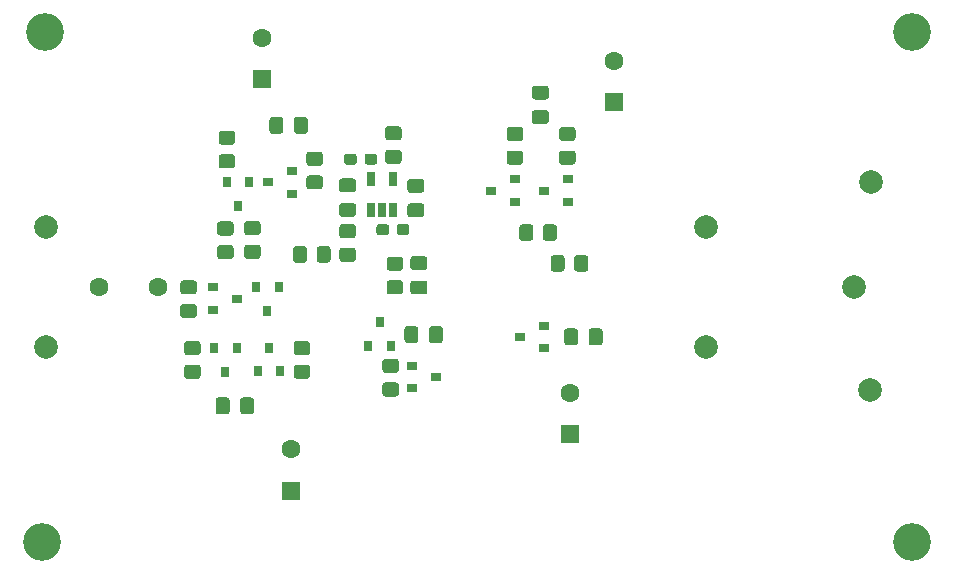
<source format=gbr>
G04 #@! TF.GenerationSoftware,KiCad,Pcbnew,(5.1.10-0-10_14)*
G04 #@! TF.CreationDate,2021-06-26T14:13:21+02:00*
G04 #@! TF.ProjectId,pre-amp-discret,7072652d-616d-4702-9d64-697363726574,rev?*
G04 #@! TF.SameCoordinates,Original*
G04 #@! TF.FileFunction,Soldermask,Top*
G04 #@! TF.FilePolarity,Negative*
%FSLAX46Y46*%
G04 Gerber Fmt 4.6, Leading zero omitted, Abs format (unit mm)*
G04 Created by KiCad (PCBNEW (5.1.10-0-10_14)) date 2021-06-26 14:13:21*
%MOMM*%
%LPD*%
G01*
G04 APERTURE LIST*
%ADD10R,0.800000X0.900000*%
%ADD11R,0.900000X0.800000*%
%ADD12C,1.600000*%
%ADD13R,1.600000X1.600000*%
%ADD14R,0.650000X1.220000*%
%ADD15C,2.000000*%
%ADD16C,3.200000*%
G04 APERTURE END LIST*
G36*
G01*
X172302500Y-126586000D02*
X172302500Y-125636000D01*
G75*
G02*
X172552500Y-125386000I250000J0D01*
G01*
X173227500Y-125386000D01*
G75*
G02*
X173477500Y-125636000I0J-250000D01*
G01*
X173477500Y-126586000D01*
G75*
G02*
X173227500Y-126836000I-250000J0D01*
G01*
X172552500Y-126836000D01*
G75*
G02*
X172302500Y-126586000I0J250000D01*
G01*
G37*
G36*
G01*
X170227500Y-126586000D02*
X170227500Y-125636000D01*
G75*
G02*
X170477500Y-125386000I250000J0D01*
G01*
X171152500Y-125386000D01*
G75*
G02*
X171402500Y-125636000I0J-250000D01*
G01*
X171402500Y-126586000D01*
G75*
G02*
X171152500Y-126836000I-250000J0D01*
G01*
X170477500Y-126836000D01*
G75*
G02*
X170227500Y-126586000I0J250000D01*
G01*
G37*
G36*
G01*
X167736500Y-106918000D02*
X168686500Y-106918000D01*
G75*
G02*
X168936500Y-107168000I0J-250000D01*
G01*
X168936500Y-107843000D01*
G75*
G02*
X168686500Y-108093000I-250000J0D01*
G01*
X167736500Y-108093000D01*
G75*
G02*
X167486500Y-107843000I0J250000D01*
G01*
X167486500Y-107168000D01*
G75*
G02*
X167736500Y-106918000I250000J0D01*
G01*
G37*
G36*
G01*
X167736500Y-104843000D02*
X168686500Y-104843000D01*
G75*
G02*
X168936500Y-105093000I0J-250000D01*
G01*
X168936500Y-105768000D01*
G75*
G02*
X168686500Y-106018000I-250000J0D01*
G01*
X167736500Y-106018000D01*
G75*
G02*
X167486500Y-105768000I0J250000D01*
G01*
X167486500Y-105093000D01*
G75*
G02*
X167736500Y-104843000I250000J0D01*
G01*
G37*
G36*
G01*
X141895500Y-131478000D02*
X141895500Y-132428000D01*
G75*
G02*
X141645500Y-132678000I-250000J0D01*
G01*
X140970500Y-132678000D01*
G75*
G02*
X140720500Y-132428000I0J250000D01*
G01*
X140720500Y-131478000D01*
G75*
G02*
X140970500Y-131228000I250000J0D01*
G01*
X141645500Y-131228000D01*
G75*
G02*
X141895500Y-131478000I0J-250000D01*
G01*
G37*
G36*
G01*
X143970500Y-131478000D02*
X143970500Y-132428000D01*
G75*
G02*
X143720500Y-132678000I-250000J0D01*
G01*
X143045500Y-132678000D01*
G75*
G02*
X142795500Y-132428000I0J250000D01*
G01*
X142795500Y-131478000D01*
G75*
G02*
X143045500Y-131228000I250000J0D01*
G01*
X143720500Y-131228000D01*
G75*
G02*
X143970500Y-131478000I0J-250000D01*
G01*
G37*
G36*
G01*
X146447000Y-107729000D02*
X146447000Y-108679000D01*
G75*
G02*
X146197000Y-108929000I-250000J0D01*
G01*
X145522000Y-108929000D01*
G75*
G02*
X145272000Y-108679000I0J250000D01*
G01*
X145272000Y-107729000D01*
G75*
G02*
X145522000Y-107479000I250000J0D01*
G01*
X146197000Y-107479000D01*
G75*
G02*
X146447000Y-107729000I0J-250000D01*
G01*
G37*
G36*
G01*
X148522000Y-107729000D02*
X148522000Y-108679000D01*
G75*
G02*
X148272000Y-108929000I-250000J0D01*
G01*
X147597000Y-108929000D01*
G75*
G02*
X147347000Y-108679000I0J250000D01*
G01*
X147347000Y-107729000D01*
G75*
G02*
X147597000Y-107479000I250000J0D01*
G01*
X148272000Y-107479000D01*
G75*
G02*
X148522000Y-107729000I0J-250000D01*
G01*
G37*
D10*
X145095000Y-123920000D03*
X144145000Y-121920000D03*
X146045000Y-121920000D03*
X145222000Y-127032000D03*
X146172000Y-129032000D03*
X144272000Y-129032000D03*
X141544000Y-129063500D03*
X140594000Y-127063500D03*
X142494000Y-127063500D03*
D11*
X142525500Y-122870000D03*
X140525500Y-123820000D03*
X140525500Y-121920000D03*
D12*
X170751500Y-130866000D03*
D13*
X170751500Y-134366000D03*
D14*
X153863000Y-112759500D03*
X155763000Y-112759500D03*
X155763000Y-115379500D03*
X154813000Y-115379500D03*
X153863000Y-115379500D03*
G36*
G01*
X167621000Y-116834499D02*
X167621000Y-117734501D01*
G75*
G02*
X167371001Y-117984500I-249999J0D01*
G01*
X166670999Y-117984500D01*
G75*
G02*
X166421000Y-117734501I0J249999D01*
G01*
X166421000Y-116834499D01*
G75*
G02*
X166670999Y-116584500I249999J0D01*
G01*
X167371001Y-116584500D01*
G75*
G02*
X167621000Y-116834499I0J-249999D01*
G01*
G37*
G36*
G01*
X169621000Y-116834499D02*
X169621000Y-117734501D01*
G75*
G02*
X169371001Y-117984500I-249999J0D01*
G01*
X168670999Y-117984500D01*
G75*
G02*
X168421000Y-117734501I0J249999D01*
G01*
X168421000Y-116834499D01*
G75*
G02*
X168670999Y-116584500I249999J0D01*
G01*
X169371001Y-116584500D01*
G75*
G02*
X169621000Y-116834499I0J-249999D01*
G01*
G37*
G36*
G01*
X156215501Y-109471000D02*
X155315499Y-109471000D01*
G75*
G02*
X155065500Y-109221001I0J249999D01*
G01*
X155065500Y-108520999D01*
G75*
G02*
X155315499Y-108271000I249999J0D01*
G01*
X156215501Y-108271000D01*
G75*
G02*
X156465500Y-108520999I0J-249999D01*
G01*
X156465500Y-109221001D01*
G75*
G02*
X156215501Y-109471000I-249999J0D01*
G01*
G37*
G36*
G01*
X156215501Y-111471000D02*
X155315499Y-111471000D01*
G75*
G02*
X155065500Y-111221001I0J249999D01*
G01*
X155065500Y-110520999D01*
G75*
G02*
X155315499Y-110271000I249999J0D01*
G01*
X156215501Y-110271000D01*
G75*
G02*
X156465500Y-110520999I0J-249999D01*
G01*
X156465500Y-111221001D01*
G75*
G02*
X156215501Y-111471000I-249999J0D01*
G01*
G37*
G36*
G01*
X151441999Y-118557500D02*
X152342001Y-118557500D01*
G75*
G02*
X152592000Y-118807499I0J-249999D01*
G01*
X152592000Y-119507501D01*
G75*
G02*
X152342001Y-119757500I-249999J0D01*
G01*
X151441999Y-119757500D01*
G75*
G02*
X151192000Y-119507501I0J249999D01*
G01*
X151192000Y-118807499D01*
G75*
G02*
X151441999Y-118557500I249999J0D01*
G01*
G37*
G36*
G01*
X151441999Y-116557500D02*
X152342001Y-116557500D01*
G75*
G02*
X152592000Y-116807499I0J-249999D01*
G01*
X152592000Y-117507501D01*
G75*
G02*
X152342001Y-117757500I-249999J0D01*
G01*
X151441999Y-117757500D01*
G75*
G02*
X151192000Y-117507501I0J249999D01*
G01*
X151192000Y-116807499D01*
G75*
G02*
X151441999Y-116557500I249999J0D01*
G01*
G37*
G36*
G01*
X149548001Y-111630000D02*
X148647999Y-111630000D01*
G75*
G02*
X148398000Y-111380001I0J249999D01*
G01*
X148398000Y-110679999D01*
G75*
G02*
X148647999Y-110430000I249999J0D01*
G01*
X149548001Y-110430000D01*
G75*
G02*
X149798000Y-110679999I0J-249999D01*
G01*
X149798000Y-111380001D01*
G75*
G02*
X149548001Y-111630000I-249999J0D01*
G01*
G37*
G36*
G01*
X149548001Y-113630000D02*
X148647999Y-113630000D01*
G75*
G02*
X148398000Y-113380001I0J249999D01*
G01*
X148398000Y-112679999D01*
G75*
G02*
X148647999Y-112430000I249999J0D01*
G01*
X149548001Y-112430000D01*
G75*
G02*
X149798000Y-112679999I0J-249999D01*
G01*
X149798000Y-113380001D01*
G75*
G02*
X149548001Y-113630000I-249999J0D01*
G01*
G37*
G36*
G01*
X141218499Y-110652000D02*
X142118501Y-110652000D01*
G75*
G02*
X142368500Y-110901999I0J-249999D01*
G01*
X142368500Y-111602001D01*
G75*
G02*
X142118501Y-111852000I-249999J0D01*
G01*
X141218499Y-111852000D01*
G75*
G02*
X140968500Y-111602001I0J249999D01*
G01*
X140968500Y-110901999D01*
G75*
G02*
X141218499Y-110652000I249999J0D01*
G01*
G37*
G36*
G01*
X141218499Y-108652000D02*
X142118501Y-108652000D01*
G75*
G02*
X142368500Y-108901999I0J-249999D01*
G01*
X142368500Y-109602001D01*
G75*
G02*
X142118501Y-109852000I-249999J0D01*
G01*
X141218499Y-109852000D01*
G75*
G02*
X140968500Y-109602001I0J249999D01*
G01*
X140968500Y-108901999D01*
G75*
G02*
X141218499Y-108652000I249999J0D01*
G01*
G37*
D11*
X145161000Y-113030000D03*
X147161000Y-112080000D03*
X147161000Y-113980000D03*
D10*
X142621000Y-114998500D03*
X141671000Y-112998500D03*
X143571000Y-112998500D03*
D15*
X194754500Y-121920000D03*
X196215000Y-113030000D03*
X196088000Y-130619500D03*
D12*
X174434500Y-102735500D03*
D13*
X174434500Y-106235500D03*
G36*
G01*
X157195500Y-114813500D02*
X158145500Y-114813500D01*
G75*
G02*
X158395500Y-115063500I0J-250000D01*
G01*
X158395500Y-115738500D01*
G75*
G02*
X158145500Y-115988500I-250000J0D01*
G01*
X157195500Y-115988500D01*
G75*
G02*
X156945500Y-115738500I0J250000D01*
G01*
X156945500Y-115063500D01*
G75*
G02*
X157195500Y-114813500I250000J0D01*
G01*
G37*
G36*
G01*
X157195500Y-112738500D02*
X158145500Y-112738500D01*
G75*
G02*
X158395500Y-112988500I0J-250000D01*
G01*
X158395500Y-113663500D01*
G75*
G02*
X158145500Y-113913500I-250000J0D01*
G01*
X157195500Y-113913500D01*
G75*
G02*
X156945500Y-113663500I0J250000D01*
G01*
X156945500Y-112988500D01*
G75*
G02*
X157195500Y-112738500I250000J0D01*
G01*
G37*
G36*
G01*
X155403500Y-116793000D02*
X155403500Y-117268000D01*
G75*
G02*
X155166000Y-117505500I-237500J0D01*
G01*
X154566000Y-117505500D01*
G75*
G02*
X154328500Y-117268000I0J237500D01*
G01*
X154328500Y-116793000D01*
G75*
G02*
X154566000Y-116555500I237500J0D01*
G01*
X155166000Y-116555500D01*
G75*
G02*
X155403500Y-116793000I0J-237500D01*
G01*
G37*
G36*
G01*
X157128500Y-116793000D02*
X157128500Y-117268000D01*
G75*
G02*
X156891000Y-117505500I-237500J0D01*
G01*
X156291000Y-117505500D01*
G75*
G02*
X156053500Y-117268000I0J237500D01*
G01*
X156053500Y-116793000D01*
G75*
G02*
X156291000Y-116555500I237500J0D01*
G01*
X156891000Y-116555500D01*
G75*
G02*
X157128500Y-116793000I0J-237500D01*
G01*
G37*
G36*
G01*
X153323000Y-111299000D02*
X153323000Y-110824000D01*
G75*
G02*
X153560500Y-110586500I237500J0D01*
G01*
X154160500Y-110586500D01*
G75*
G02*
X154398000Y-110824000I0J-237500D01*
G01*
X154398000Y-111299000D01*
G75*
G02*
X154160500Y-111536500I-237500J0D01*
G01*
X153560500Y-111536500D01*
G75*
G02*
X153323000Y-111299000I0J237500D01*
G01*
G37*
G36*
G01*
X151598000Y-111299000D02*
X151598000Y-110824000D01*
G75*
G02*
X151835500Y-110586500I237500J0D01*
G01*
X152435500Y-110586500D01*
G75*
G02*
X152673000Y-110824000I0J-237500D01*
G01*
X152673000Y-111299000D01*
G75*
G02*
X152435500Y-111536500I-237500J0D01*
G01*
X151835500Y-111536500D01*
G75*
G02*
X151598000Y-111299000I0J237500D01*
G01*
G37*
G36*
G01*
X152367000Y-113871500D02*
X151417000Y-113871500D01*
G75*
G02*
X151167000Y-113621500I0J250000D01*
G01*
X151167000Y-112946500D01*
G75*
G02*
X151417000Y-112696500I250000J0D01*
G01*
X152367000Y-112696500D01*
G75*
G02*
X152617000Y-112946500I0J-250000D01*
G01*
X152617000Y-113621500D01*
G75*
G02*
X152367000Y-113871500I-250000J0D01*
G01*
G37*
G36*
G01*
X152367000Y-115946500D02*
X151417000Y-115946500D01*
G75*
G02*
X151167000Y-115696500I0J250000D01*
G01*
X151167000Y-115021500D01*
G75*
G02*
X151417000Y-114771500I250000J0D01*
G01*
X152367000Y-114771500D01*
G75*
G02*
X152617000Y-115021500I0J-250000D01*
G01*
X152617000Y-115696500D01*
G75*
G02*
X152367000Y-115946500I-250000J0D01*
G01*
G37*
D12*
X147129500Y-135636000D03*
D13*
X147129500Y-139136000D03*
D12*
X144653000Y-100767000D03*
D13*
X144653000Y-104267000D03*
D15*
X182245000Y-127000000D03*
X182245000Y-116840000D03*
X126365000Y-127000000D03*
X126365000Y-116840000D03*
D11*
X166529000Y-126108500D03*
X168529000Y-125158500D03*
X168529000Y-127058500D03*
G36*
G01*
X157877000Y-125445500D02*
X157877000Y-126395500D01*
G75*
G02*
X157627000Y-126645500I-250000J0D01*
G01*
X156952000Y-126645500D01*
G75*
G02*
X156702000Y-126395500I0J250000D01*
G01*
X156702000Y-125445500D01*
G75*
G02*
X156952000Y-125195500I250000J0D01*
G01*
X157627000Y-125195500D01*
G75*
G02*
X157877000Y-125445500I0J-250000D01*
G01*
G37*
G36*
G01*
X159952000Y-125445500D02*
X159952000Y-126395500D01*
G75*
G02*
X159702000Y-126645500I-250000J0D01*
G01*
X159027000Y-126645500D01*
G75*
G02*
X158777000Y-126395500I0J250000D01*
G01*
X158777000Y-125445500D01*
G75*
G02*
X159027000Y-125195500I250000J0D01*
G01*
X159702000Y-125195500D01*
G75*
G02*
X159952000Y-125445500I0J-250000D01*
G01*
G37*
G36*
G01*
X157449500Y-121345200D02*
X158399500Y-121345200D01*
G75*
G02*
X158649500Y-121595200I0J-250000D01*
G01*
X158649500Y-122270200D01*
G75*
G02*
X158399500Y-122520200I-250000J0D01*
G01*
X157449500Y-122520200D01*
G75*
G02*
X157199500Y-122270200I0J250000D01*
G01*
X157199500Y-121595200D01*
G75*
G02*
X157449500Y-121345200I250000J0D01*
G01*
G37*
G36*
G01*
X157449500Y-119270200D02*
X158399500Y-119270200D01*
G75*
G02*
X158649500Y-119520200I0J-250000D01*
G01*
X158649500Y-120195200D01*
G75*
G02*
X158399500Y-120445200I-250000J0D01*
G01*
X157449500Y-120445200D01*
G75*
G02*
X157199500Y-120195200I0J250000D01*
G01*
X157199500Y-119520200D01*
G75*
G02*
X157449500Y-119270200I250000J0D01*
G01*
G37*
X170529000Y-114678500D03*
X170529000Y-112778500D03*
X168529000Y-113728500D03*
G36*
G01*
X137979999Y-123320000D02*
X138880001Y-123320000D01*
G75*
G02*
X139130000Y-123569999I0J-249999D01*
G01*
X139130000Y-124270001D01*
G75*
G02*
X138880001Y-124520000I-249999J0D01*
G01*
X137979999Y-124520000D01*
G75*
G02*
X137730000Y-124270001I0J249999D01*
G01*
X137730000Y-123569999D01*
G75*
G02*
X137979999Y-123320000I249999J0D01*
G01*
G37*
G36*
G01*
X137979999Y-121320000D02*
X138880001Y-121320000D01*
G75*
G02*
X139130000Y-121569999I0J-249999D01*
G01*
X139130000Y-122270001D01*
G75*
G02*
X138880001Y-122520000I-249999J0D01*
G01*
X137979999Y-122520000D01*
G75*
G02*
X137730000Y-122270001I0J249999D01*
G01*
X137730000Y-121569999D01*
G75*
G02*
X137979999Y-121320000I249999J0D01*
G01*
G37*
G36*
G01*
X170272000Y-119437999D02*
X170272000Y-120338001D01*
G75*
G02*
X170022001Y-120588000I-249999J0D01*
G01*
X169321999Y-120588000D01*
G75*
G02*
X169072000Y-120338001I0J249999D01*
G01*
X169072000Y-119437999D01*
G75*
G02*
X169321999Y-119188000I249999J0D01*
G01*
X170022001Y-119188000D01*
G75*
G02*
X170272000Y-119437999I0J-249999D01*
G01*
G37*
G36*
G01*
X172272000Y-119437999D02*
X172272000Y-120338001D01*
G75*
G02*
X172022001Y-120588000I-249999J0D01*
G01*
X171321999Y-120588000D01*
G75*
G02*
X171072000Y-120338001I0J249999D01*
G01*
X171072000Y-119437999D01*
G75*
G02*
X171321999Y-119188000I249999J0D01*
G01*
X172022001Y-119188000D01*
G75*
G02*
X172272000Y-119437999I0J-249999D01*
G01*
G37*
G36*
G01*
X170047499Y-110334500D02*
X170947501Y-110334500D01*
G75*
G02*
X171197500Y-110584499I0J-249999D01*
G01*
X171197500Y-111284501D01*
G75*
G02*
X170947501Y-111534500I-249999J0D01*
G01*
X170047499Y-111534500D01*
G75*
G02*
X169797500Y-111284501I0J249999D01*
G01*
X169797500Y-110584499D01*
G75*
G02*
X170047499Y-110334500I249999J0D01*
G01*
G37*
G36*
G01*
X170047499Y-108334500D02*
X170947501Y-108334500D01*
G75*
G02*
X171197500Y-108584499I0J-249999D01*
G01*
X171197500Y-109284501D01*
G75*
G02*
X170947501Y-109534500I-249999J0D01*
G01*
X170047499Y-109534500D01*
G75*
G02*
X169797500Y-109284501I0J249999D01*
G01*
X169797500Y-108584499D01*
G75*
G02*
X170047499Y-108334500I249999J0D01*
G01*
G37*
G36*
G01*
X165602499Y-110334500D02*
X166502501Y-110334500D01*
G75*
G02*
X166752500Y-110584499I0J-249999D01*
G01*
X166752500Y-111284501D01*
G75*
G02*
X166502501Y-111534500I-249999J0D01*
G01*
X165602499Y-111534500D01*
G75*
G02*
X165352500Y-111284501I0J249999D01*
G01*
X165352500Y-110584499D01*
G75*
G02*
X165602499Y-110334500I249999J0D01*
G01*
G37*
G36*
G01*
X165602499Y-108334500D02*
X166502501Y-108334500D01*
G75*
G02*
X166752500Y-108584499I0J-249999D01*
G01*
X166752500Y-109284501D01*
G75*
G02*
X166502501Y-109534500I-249999J0D01*
G01*
X165602499Y-109534500D01*
G75*
G02*
X165352500Y-109284501I0J249999D01*
G01*
X165352500Y-108584499D01*
G75*
G02*
X165602499Y-108334500I249999J0D01*
G01*
G37*
G36*
G01*
X155086899Y-129962100D02*
X155986901Y-129962100D01*
G75*
G02*
X156236900Y-130212099I0J-249999D01*
G01*
X156236900Y-130912101D01*
G75*
G02*
X155986901Y-131162100I-249999J0D01*
G01*
X155086899Y-131162100D01*
G75*
G02*
X154836900Y-130912101I0J249999D01*
G01*
X154836900Y-130212099D01*
G75*
G02*
X155086899Y-129962100I249999J0D01*
G01*
G37*
G36*
G01*
X155086899Y-127962100D02*
X155986901Y-127962100D01*
G75*
G02*
X156236900Y-128212099I0J-249999D01*
G01*
X156236900Y-128912101D01*
G75*
G02*
X155986901Y-129162100I-249999J0D01*
G01*
X155086899Y-129162100D01*
G75*
G02*
X154836900Y-128912101I0J249999D01*
G01*
X154836900Y-128212099D01*
G75*
G02*
X155086899Y-127962100I249999J0D01*
G01*
G37*
G36*
G01*
X155442499Y-121320000D02*
X156342501Y-121320000D01*
G75*
G02*
X156592500Y-121569999I0J-249999D01*
G01*
X156592500Y-122270001D01*
G75*
G02*
X156342501Y-122520000I-249999J0D01*
G01*
X155442499Y-122520000D01*
G75*
G02*
X155192500Y-122270001I0J249999D01*
G01*
X155192500Y-121569999D01*
G75*
G02*
X155442499Y-121320000I249999J0D01*
G01*
G37*
G36*
G01*
X155442499Y-119320000D02*
X156342501Y-119320000D01*
G75*
G02*
X156592500Y-119569999I0J-249999D01*
G01*
X156592500Y-120270001D01*
G75*
G02*
X156342501Y-120520000I-249999J0D01*
G01*
X155442499Y-120520000D01*
G75*
G02*
X155192500Y-120270001I0J249999D01*
G01*
X155192500Y-119569999D01*
G75*
G02*
X155442499Y-119320000I249999J0D01*
G01*
G37*
G36*
G01*
X148460000Y-118675999D02*
X148460000Y-119576001D01*
G75*
G02*
X148210001Y-119826000I-249999J0D01*
G01*
X147509999Y-119826000D01*
G75*
G02*
X147260000Y-119576001I0J249999D01*
G01*
X147260000Y-118675999D01*
G75*
G02*
X147509999Y-118426000I249999J0D01*
G01*
X148210001Y-118426000D01*
G75*
G02*
X148460000Y-118675999I0J-249999D01*
G01*
G37*
G36*
G01*
X150460000Y-118675999D02*
X150460000Y-119576001D01*
G75*
G02*
X150210001Y-119826000I-249999J0D01*
G01*
X149509999Y-119826000D01*
G75*
G02*
X149260000Y-119576001I0J249999D01*
G01*
X149260000Y-118675999D01*
G75*
G02*
X149509999Y-118426000I249999J0D01*
G01*
X150210001Y-118426000D01*
G75*
G02*
X150460000Y-118675999I0J-249999D01*
G01*
G37*
G36*
G01*
X147568499Y-128463500D02*
X148468501Y-128463500D01*
G75*
G02*
X148718500Y-128713499I0J-249999D01*
G01*
X148718500Y-129413501D01*
G75*
G02*
X148468501Y-129663500I-249999J0D01*
G01*
X147568499Y-129663500D01*
G75*
G02*
X147318500Y-129413501I0J249999D01*
G01*
X147318500Y-128713499D01*
G75*
G02*
X147568499Y-128463500I249999J0D01*
G01*
G37*
G36*
G01*
X147568499Y-126463500D02*
X148468501Y-126463500D01*
G75*
G02*
X148718500Y-126713499I0J-249999D01*
G01*
X148718500Y-127413501D01*
G75*
G02*
X148468501Y-127663500I-249999J0D01*
G01*
X147568499Y-127663500D01*
G75*
G02*
X147318500Y-127413501I0J249999D01*
G01*
X147318500Y-126713499D01*
G75*
G02*
X147568499Y-126463500I249999J0D01*
G01*
G37*
G36*
G01*
X143377499Y-118303500D02*
X144277501Y-118303500D01*
G75*
G02*
X144527500Y-118553499I0J-249999D01*
G01*
X144527500Y-119253501D01*
G75*
G02*
X144277501Y-119503500I-249999J0D01*
G01*
X143377499Y-119503500D01*
G75*
G02*
X143127500Y-119253501I0J249999D01*
G01*
X143127500Y-118553499D01*
G75*
G02*
X143377499Y-118303500I249999J0D01*
G01*
G37*
G36*
G01*
X143377499Y-116303500D02*
X144277501Y-116303500D01*
G75*
G02*
X144527500Y-116553499I0J-249999D01*
G01*
X144527500Y-117253501D01*
G75*
G02*
X144277501Y-117503500I-249999J0D01*
G01*
X143377499Y-117503500D01*
G75*
G02*
X143127500Y-117253501I0J249999D01*
G01*
X143127500Y-116553499D01*
G75*
G02*
X143377499Y-116303500I249999J0D01*
G01*
G37*
G36*
G01*
X138297499Y-128463500D02*
X139197501Y-128463500D01*
G75*
G02*
X139447500Y-128713499I0J-249999D01*
G01*
X139447500Y-129413501D01*
G75*
G02*
X139197501Y-129663500I-249999J0D01*
G01*
X138297499Y-129663500D01*
G75*
G02*
X138047500Y-129413501I0J249999D01*
G01*
X138047500Y-128713499D01*
G75*
G02*
X138297499Y-128463500I249999J0D01*
G01*
G37*
G36*
G01*
X138297499Y-126463500D02*
X139197501Y-126463500D01*
G75*
G02*
X139447500Y-126713499I0J-249999D01*
G01*
X139447500Y-127413501D01*
G75*
G02*
X139197501Y-127663500I-249999J0D01*
G01*
X138297499Y-127663500D01*
G75*
G02*
X138047500Y-127413501I0J249999D01*
G01*
X138047500Y-126713499D01*
G75*
G02*
X138297499Y-126463500I249999J0D01*
G01*
G37*
G36*
G01*
X141091499Y-118335500D02*
X141991501Y-118335500D01*
G75*
G02*
X142241500Y-118585499I0J-249999D01*
G01*
X142241500Y-119285501D01*
G75*
G02*
X141991501Y-119535500I-249999J0D01*
G01*
X141091499Y-119535500D01*
G75*
G02*
X140841500Y-119285501I0J249999D01*
G01*
X140841500Y-118585499D01*
G75*
G02*
X141091499Y-118335500I249999J0D01*
G01*
G37*
G36*
G01*
X141091499Y-116335500D02*
X141991501Y-116335500D01*
G75*
G02*
X142241500Y-116585499I0J-249999D01*
G01*
X142241500Y-117285501D01*
G75*
G02*
X141991501Y-117535500I-249999J0D01*
G01*
X141091499Y-117535500D01*
G75*
G02*
X140841500Y-117285501I0J249999D01*
G01*
X140841500Y-116585499D01*
G75*
G02*
X141091499Y-116335500I249999J0D01*
G01*
G37*
X159365700Y-129512100D03*
X157365700Y-130462100D03*
X157365700Y-128562100D03*
X164052500Y-113731000D03*
X166052500Y-112781000D03*
X166052500Y-114681000D03*
D10*
X154607300Y-124885700D03*
X155557300Y-126885700D03*
X153657300Y-126885700D03*
D16*
X126238000Y-100330000D03*
X125984000Y-143510000D03*
X199644000Y-143510000D03*
X199644000Y-100330000D03*
D12*
X130810000Y-121920000D03*
X135810000Y-121920000D03*
M02*

</source>
